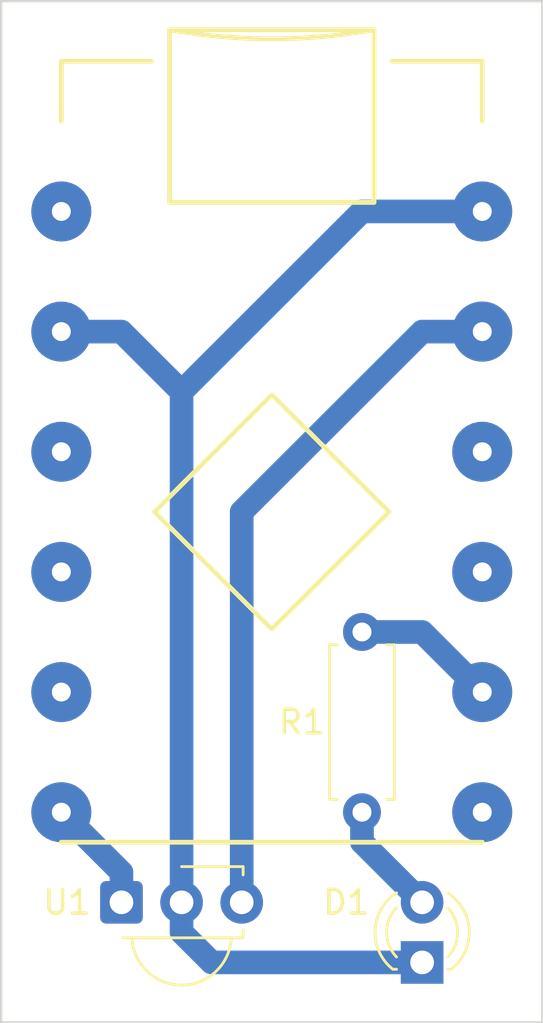
<source format=kicad_pcb>
(kicad_pcb (version 20241229) (generator "pcbnew") (generator_version "9.0")
  (layers (0 "F.Cu" signal) (2 "B.Cu" signal) (13 "F.Paste" user) (15 "B.Paste" user) (5 "F.SilkS" user "F.Silkscreen") (7 "B.SilkS" user "B.Silkscreen") (1 "F.Mask" user) (3 "B.Mask" user) (25 "Edge.Cuts" user))
  (net 0 "")
  (net 1 "Net-(D1-K)")
  (net 2 "Net-(D1-A)")
  (net 3 "Net-(U1-OUT)")
  (net 4 "+5V")
  (net 11 "Net-(U2-D14)")
  (footprint "PCM_SparkFun-Board:ProMicroC" (layer "F.Cu") (at 151.13 93.98)
    (property "Reference" "U2")
    (property "Value" "Arduino_Pro_Micro")
    (fp_line (start -8.89 -16.51) (end -8.89 -13.97) (stroke (width 0.2032)) (layer "F.SilkS"))
    (fp_line (start -5.08 -16.51) (end -8.89 -16.51) (stroke (width 0.2032)) (layer "F.SilkS"))
    (fp_line (start -4.953 2.54) (end 0 7.493) (stroke (width 0.2032)) (layer "F.SilkS"))
    (fp_line (start -4.318 -17.8435) (end 4.318 -17.8435) (stroke (width 0.2032)) (layer "F.SilkS"))
    (fp_line (start -4.318 -10.541) (end -4.318 -17.8435) (stroke (width 0.2032)) (layer "F.SilkS"))
    (fp_line (start 0 -2.413) (end -4.953 2.54) (stroke (width 0.2032)) (layer "F.SilkS"))
    (fp_line (start 0 7.493) (end 4.953 2.54) (stroke (width 0.2032)) (layer "F.SilkS"))
    (fp_line (start 4.318 -17.8435) (end 4.318 -10.541) (stroke (width 0.2032)) (layer "F.SilkS"))
    (fp_line (start 4.318 -10.541) (end -4.318 -10.541) (stroke (width 0.2032)) (layer "F.SilkS"))
    (fp_line (start 4.953 2.54) (end 0 -2.413) (stroke (width 0.2032)) (layer "F.SilkS"))
    (fp_line (start 5.08 -16.51) (end 8.89 -16.51) (stroke (width 0.2032)) (layer "F.SilkS"))
    (fp_line (start 8.89 -16.51) (end 8.89 -13.97) (stroke (width 0.2032)) (layer "F.SilkS"))
    (fp_line (start 8.89 16.51) (end -8.89 16.51) (stroke (width 0.2032)) (layer "F.SilkS"))
    (fp_arc (start 4.318 -17.8435) (mid 0 -17.460445) (end -4.318 -17.8435) (stroke (width 0.2032)) (layer "F.SilkS"))
    (pad "2" thru_hole roundrect (at -8.89 -10.16) (size 2.54 2.54) (drill 0.8) (layers "*.Cu" "*.Mask") (roundrect_rratio 0.5))
    (pad "4" thru_hole roundrect (at -8.89 -5.08) (size 2.54 2.54) (drill 0.8) (layers "*.Cu" "*.Mask") (roundrect_rratio 0.5) (net 1 "Net-(D1-K)"))
    (pad "6" thru_hole roundrect (at -8.89 0) (size 2.54 2.54) (drill 0.8) (layers "*.Cu" "*.Mask") (roundrect_rratio 0.5))
    (pad "8" thru_hole roundrect (at -8.89 5.08) (size 2.54 2.54) (drill 0.8) (layers "*.Cu" "*.Mask") (roundrect_rratio 0.5))
    (pad "10" thru_hole roundrect (at -8.89 10.16) (size 2.54 2.54) (drill 0.8) (layers "*.Cu" "*.Mask") (roundrect_rratio 0.5))
    (pad "12" thru_hole roundrect (at -8.89 15.24) (size 2.54 2.54) (drill 0.8) (layers "*.Cu" "*.Mask") (roundrect_rratio 0.5) (net 3 "Net-(U1-OUT)"))
    (pad "13" thru_hole roundrect (at 8.89 15.24) (size 2.54 2.54) (drill 0.8) (layers "*.Cu" "*.Mask") (roundrect_rratio 0.5))
    (pad "15" thru_hole roundrect (at 8.89 10.16) (size 2.54 2.54) (drill 0.8) (layers "*.Cu" "*.Mask") (roundrect_rratio 0.5) (net 11 "Net-(U2-D14)"))
    (pad "17" thru_hole roundrect (at 8.89 5.08) (size 2.54 2.54) (drill 0.8) (layers "*.Cu" "*.Mask") (roundrect_rratio 0.5))
    (pad "19" thru_hole roundrect (at 8.89 0) (size 2.54 2.54) (drill 0.8) (layers "*.Cu" "*.Mask") (roundrect_rratio 0.5))
    (pad "21" thru_hole oval (at 8.89 -5.08) (size 2.54 2.54) (drill 0.8) (layers "*.Cu" "*.Mask") (net 4 "+5V"))
    (pad "23" thru_hole roundrect (at 8.89 -10.16) (size 2.54 2.54) (drill 0.8) (layers "*.Cu" "*.Mask") (roundrect_rratio 0.5) (net 1 "Net-(D1-K)"))
  )
  (footprint "OptoDevice:Vishay_MINICAST-3Pin" (layer "F.Cu") (at 144.78 113.03)
    (property "Reference" "U1" (at -2.3 0 180) (layer "F.SilkS"))
    (property "Value" "VS1838B")
    (fp_line (start 5.14 -1.51) (end 2.54 -1.51) (stroke (width 0.12)) (layer "F.SilkS"))
    (fp_line (start 5.14 -1.16) (end 5.14 -1.51) (stroke (width 0.12)) (layer "F.SilkS"))
    (fp_line (start 5.14 1.16) (end 5.14 1.5) (stroke (width 0.12)) (layer "F.SilkS"))
    (fp_line (start 5.14 1.5) (end 0.05 1.5) (stroke (width 0.12)) (layer "F.SilkS"))
    (fp_arc (start 4.64 1.5) (mid 2.540869 3.502379) (end 0.440083 1.501736) (stroke (width 0.12)) (layer "F.SilkS"))
    (pad "1" thru_hole roundrect (at 0 0) (size 1.8 1.8) (drill 1) (layers "*.Cu" "*.Mask") (roundrect_rratio 0.139) (net 3 "Net-(U1-OUT)"))
    (pad "2" thru_hole circle (at 2.54 0) (size 1.8 1.8) (drill 1) (layers "*.Cu" "*.Mask") (net 1 "Net-(D1-K)"))
    (pad "3" thru_hole circle (at 5.08 0) (size 1.8 1.8) (drill 1) (layers "*.Cu" "*.Mask") (net 4 "+5V"))
  )
  (footprint "LED_THT:LED_D3.0mm" (layer "F.Cu") (at 157.48 115.57 90)
    (property "Reference" "D1" (at 2.54 -3.2 0) (layer "F.SilkS"))
    (property "Value" "LED" (hide yes))
    (fp_line (start -0.29 -1.236) (end -0.29 -1.08) (stroke (width 0.12)) (layer "F.SilkS"))
    (fp_line (start -0.29 1.08) (end -0.29 1.236) (stroke (width 0.12)) (layer "F.SilkS"))
    (fp_arc (start -0.29 -1.235516) (mid 1.36566 -1.987699) (end 2.941437 -1.08) (stroke (width 0.12)) (layer "F.SilkS"))
    (fp_arc (start 0.229039 -1.08) (mid 1.27 -1.5) (end 2.310961 -1.08) (stroke (width 0.12)) (layer "F.SilkS"))
    (fp_arc (start 2.941437 1.08) (mid 1.36566 1.987699) (end -0.29 1.235516) (stroke (width 0.12)) (layer "F.SilkS"))
    (fp_arc (start 2.310961 1.08) (mid 1.27 1.5) (end 0.229039 1.08) (stroke (width 0.12)) (layer "F.SilkS"))
    (pad "1" thru_hole rect (at 0 0 90) (size 1.8 1.8) (drill 1) (layers "*.Cu" "*.Mask") (net 1 "Net-(D1-K)"))
    (pad "2" thru_hole circle (at 2.54 0 90) (size 1.8 1.8) (drill 1) (layers "*.Cu" "*.Mask") (net 2 "Net-(D1-A)"))
  )
  (footprint "Resistor_THT:R_Axial_DIN0207_L6.3mm_D2.5mm_P7.62mm_Horizontal" (layer "F.Cu") (at 154.94 101.6 -90)
    (property "Reference" "R1" (at 3.81 2.54 180) (layer "F.SilkS"))
    (property "Value" "10K")
    (fp_line (start 0.54 1.37) (end 7.08 1.37) (stroke (width 0.12)) (layer "F.SilkS"))
    (fp_line (start 7.08 1.37) (end 7.08 1.04) (stroke (width 0.12)) (layer "F.SilkS"))
    (fp_line (start 0.54 1.04) (end 0.54 1.37) (stroke (width 0.12)) (layer "F.SilkS"))
    (fp_line (start 0.54 -1.04) (end 0.54 -1.37) (stroke (width 0.12)) (layer "F.SilkS"))
    (fp_line (start 0.54 -1.37) (end 7.08 -1.37) (stroke (width 0.12)) (layer "F.SilkS"))
    (fp_line (start 7.08 -1.37) (end 7.08 -1.04) (stroke (width 0.12)) (layer "F.SilkS"))
    (pad "1" thru_hole circle (at 0 0 270) (size 1.6 1.6) (drill 0.8) (layers "*.Cu" "*.Mask") (net 11 "Net-(U2-D14)"))
    (pad "2" thru_hole circle (at 7.62 0 270) (size 1.6 1.6) (drill 0.8) (layers "*.Cu" "*.Mask") (net 2 "Net-(D1-A)"))
  )
  (gr_line (start 139.7 118.11) (end 162.56 118.11) (stroke (width 0.1)) (layer "Edge.Cuts"))
  (gr_line (start 139.7 74.93) (end 139.7 118.11) (stroke (width 0.1)) (layer "Edge.Cuts"))
  (gr_line (start 162.56 118.11) (end 162.56 74.93) (stroke (width 0.1)) (layer "Edge.Cuts"))
  (gr_line (start 162.56 74.93) (end 139.7 74.93) (stroke (width 0.1)) (layer "Edge.Cuts"))
  (segment (start 147.32 91.44) (end 154.94 83.82) (width 1) (layer "B.Cu") (net 1))
  (segment (start 147.32 113.03) (end 147.32 91.44) (width 1) (layer "B.Cu") (net 1))
  (segment (start 154.94 83.82) (end 160.02 83.82) (width 1) (layer "B.Cu") (net 1))
  (segment (start 148.59 115.57) (end 147.32 114.3) (width 1) (layer "B.Cu") (net 1))
  (segment (start 157.48 115.57) (end 148.59 115.57) (width 1) (layer "B.Cu") (net 1))
  (segment (start 144.78 88.9) (end 142.24 88.9) (width 1) (layer "B.Cu") (net 1))
  (segment (start 147.32 91.44) (end 144.78 88.9) (width 1) (layer "B.Cu") (net 1))
  (segment (start 147.32 114.3) (end 147.32 113.03) (width 1) (layer "B.Cu") (net 1))
  (segment (start 154.94 110.49) (end 157.48 113.03) (width 1) (layer "B.Cu") (net 2))
  (segment (start 154.94 109.22) (end 154.94 110.49) (width 1) (layer "B.Cu") (net 2))
  (segment (start 144.78 113.03) (end 144.78 111.76) (width 1) (layer "B.Cu") (net 3))
  (segment (start 144.78 111.76) (end 142.24 109.22) (width 1) (layer "B.Cu") (net 3))
  (segment (start 149.86 113.04) (end 149.86 96.52) (width 1) (layer "B.Cu") (net 4))
  (segment (start 157.48 88.9) (end 160.02 88.9) (width 1) (layer "B.Cu") (net 4))
  (segment (start 149.86 96.52) (end 157.48 88.9) (width 1) (layer "B.Cu") (net 4))
  (segment (start 157.48 101.6) (end 160.02 104.14) (width 1) (layer "B.Cu") (net 11))
  (segment (start 154.94 101.6) (end 157.48 101.6) (width 1) (layer "B.Cu") (net 11))
)
</source>
